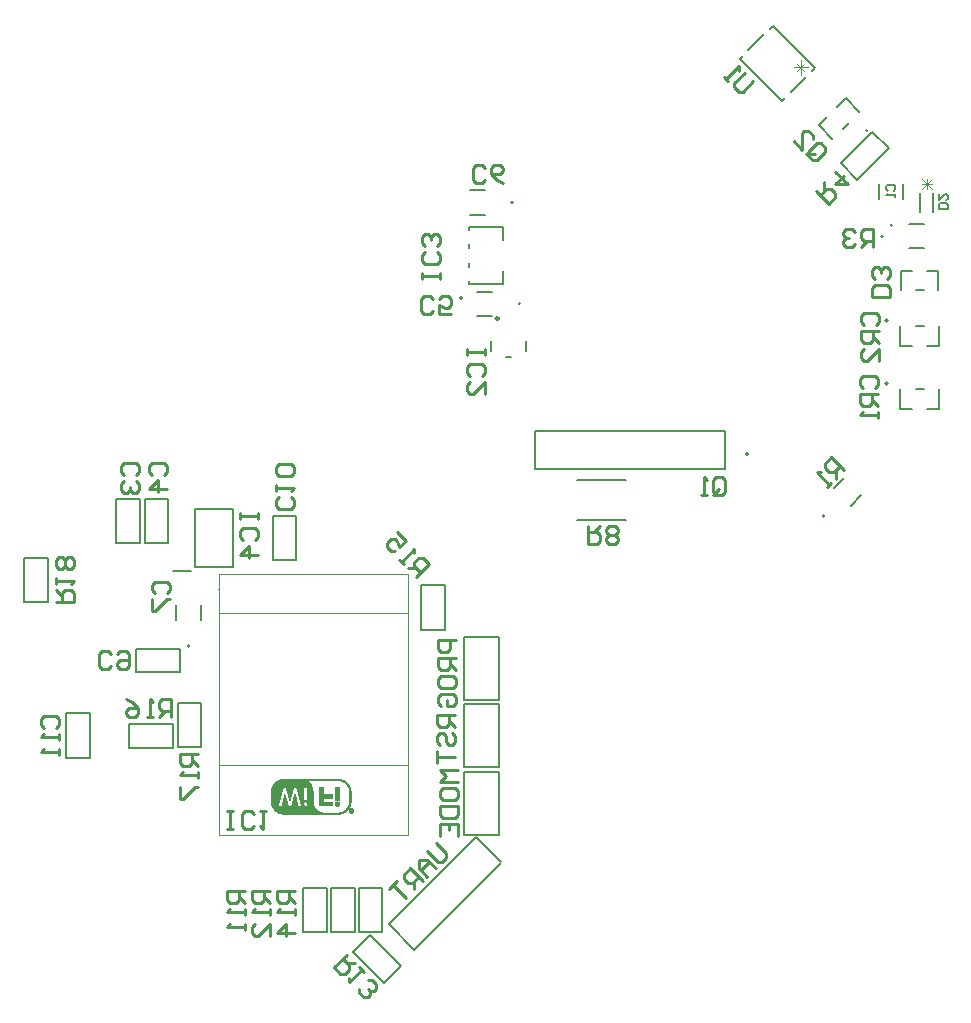
<source format=gbo>
G04 Layer_Color=32896*
%FSLAX44Y44*%
%MOMM*%
G71*
G01*
G75*
%ADD48C,0.1524*%
%ADD49C,0.2540*%
%ADD50C,0.1500*%
%ADD52C,0.2500*%
%ADD53C,0.2000*%
%ADD54C,0.1000*%
%ADD55C,0.0127*%
%ADD56C,0.1270*%
%ADD57C,0.0762*%
D48*
X231762Y337100D02*
G03*
X231762Y337100I-762J0D01*
G01*
X823330Y613044D02*
G03*
X823330Y613044I-1270J0D01*
G01*
Y559544D02*
G03*
X823330Y559544I-1270J0D01*
G01*
X805911Y773821D02*
G03*
X805911Y773821I-762J0D01*
G01*
X819112Y684250D02*
G03*
X819112Y684250I-762J0D01*
G01*
X826762Y693600D02*
G03*
X826762Y693600I-762J0D01*
G01*
X511662Y627000D02*
G03*
X511662Y627000I-762J0D01*
G01*
X463061Y632313D02*
G03*
X463061Y632313I-1270J0D01*
G01*
X505662Y713000D02*
G03*
X505662Y713000I-762J0D01*
G01*
X705295Y500000D02*
G03*
X705295Y500000I-1270J0D01*
G01*
X769327Y447565D02*
G03*
X769327Y447565I-762J0D01*
G01*
X220713Y359678D02*
Y372323D01*
X241287Y359678D02*
Y372323D01*
X850285Y705253D02*
Y720747D01*
X861715Y705253D02*
Y720747D01*
X833490Y591581D02*
X843833D01*
X846667Y608091D02*
X853333D01*
X866510Y591581D02*
X866510Y608091D01*
X856167Y591581D02*
X866510D01*
X833490Y608091D02*
X833490Y591581D01*
X833490Y538081D02*
X843833D01*
X846667Y554591D02*
X853333D01*
X866510Y538081D02*
X866510Y554591D01*
X856167Y538081D02*
X866510D01*
X833490Y554591D02*
X833490Y538081D01*
X787408Y801082D02*
X799082Y789408D01*
X764418Y778092D02*
X771642Y785316D01*
X764418Y778092D02*
X776092Y766418D01*
X785123Y775449D02*
X790051Y780377D01*
X780184Y793858D02*
X787408Y801082D01*
X840928Y694537D02*
X853572D01*
X840928Y673963D02*
X853572D01*
X856121Y654685D02*
X865748Y654685D01*
X846621Y639191D02*
X853379D01*
X834252D02*
Y654685D01*
X843879Y654685D01*
X865748Y639191D02*
Y654685D01*
X815713Y716178D02*
Y728822D01*
X836287Y716178D02*
Y728822D01*
X475677Y637287D02*
X488322D01*
X475677Y616713D02*
X488322D01*
X468776Y689440D02*
Y692257D01*
Y674121D02*
Y677960D01*
Y658040D02*
Y661879D01*
Y643743D02*
X497224D01*
Y680721D02*
Y692257D01*
X468776D02*
X497224D01*
X468776Y643743D02*
Y646560D01*
X497224Y643743D02*
Y655279D01*
X469678Y702713D02*
X482323D01*
X469678Y723287D02*
X482323D01*
X524310Y487300D02*
X685600D01*
X524310D02*
Y519050D01*
X685600D01*
Y487300D02*
Y519050D01*
X560200Y478272D02*
X601800Y478272D01*
X560200Y443728D02*
X601800Y443728D01*
X791803Y456255D02*
X800745Y465197D01*
X777255Y470803D02*
X786197Y479745D01*
X705043Y842208D02*
X718082Y855246D01*
X733295Y798976D02*
X735863Y801544D01*
X740785Y806466D02*
X753823Y819505D01*
X758745Y824427D02*
X761313Y826995D01*
X725572Y862736D02*
X761313Y826995D01*
X697553Y834718D02*
X700121Y837286D01*
X697553Y834718D02*
X733295Y798976D01*
X723004Y860168D02*
X725572Y862736D01*
D49*
X279000Y130000D02*
X263765D01*
Y122382D01*
X266304Y119843D01*
X271383D01*
X273922Y122382D01*
Y130000D01*
Y124922D02*
X279000Y119843D01*
Y114765D02*
Y109687D01*
Y112226D01*
X263765D01*
X266304Y114765D01*
X279000Y102069D02*
Y96991D01*
Y99530D01*
X263765D01*
X266304Y102069D01*
X762250Y722750D02*
X773023Y711977D01*
X778409Y717364D01*
Y720955D01*
X774818Y724546D01*
X771227D01*
X765841Y719159D01*
X769432Y722750D02*
Y729932D01*
X778409Y738909D02*
X789182Y728136D01*
X778409D01*
X785591Y735318D01*
X274800Y449950D02*
Y444872D01*
Y447411D01*
X290035D01*
Y449950D01*
Y444872D01*
X277339Y427097D02*
X274800Y429636D01*
Y434715D01*
X277339Y437254D01*
X287496D01*
X290035Y434715D01*
Y429636D01*
X287496Y427097D01*
X290035Y414402D02*
X274800D01*
X282418Y422019D01*
Y411862D01*
X803054Y609429D02*
X800515Y611968D01*
Y617047D01*
X803054Y619586D01*
X813211D01*
X815750Y617047D01*
Y611968D01*
X813211Y609429D01*
X815750Y604351D02*
X800515D01*
Y596733D01*
X803054Y594194D01*
X808132D01*
X810672Y596733D01*
Y604351D01*
Y599273D02*
X815750Y594194D01*
Y578959D02*
Y589116D01*
X805593Y578959D01*
X803054D01*
X800515Y581498D01*
Y586577D01*
X803054Y589116D01*
X438157Y621304D02*
X435617Y618765D01*
X430539D01*
X428000Y621304D01*
Y631461D01*
X430539Y634000D01*
X435617D01*
X438157Y631461D01*
X453392Y618765D02*
X443235D01*
Y626382D01*
X448313Y623843D01*
X450853D01*
X453392Y626382D01*
Y631461D01*
X450853Y634000D01*
X445774D01*
X443235Y631461D01*
X482157Y732304D02*
X479618Y729765D01*
X474539D01*
X472000Y732304D01*
Y742461D01*
X474539Y745000D01*
X479618D01*
X482157Y742461D01*
X497392Y729765D02*
X492313Y732304D01*
X487235Y737383D01*
Y742461D01*
X489774Y745000D01*
X494853D01*
X497392Y742461D01*
Y739922D01*
X494853Y737383D01*
X487235D01*
X202304Y381843D02*
X199765Y384383D01*
Y389461D01*
X202304Y392000D01*
X212461D01*
X215000Y389461D01*
Y384383D01*
X212461Y381843D01*
X199765Y376765D02*
Y366608D01*
X202304D01*
X212461Y376765D01*
X215000D01*
X802256Y555786D02*
X799717Y558325D01*
Y563403D01*
X802256Y565942D01*
X812413D01*
X814952Y563403D01*
Y558325D01*
X812413Y555786D01*
X814952Y550707D02*
X799717D01*
Y543090D01*
X802256Y540551D01*
X807335D01*
X809874Y543090D01*
Y550707D01*
Y545629D02*
X814952Y540551D01*
Y535472D02*
Y530394D01*
Y532933D01*
X799717D01*
X802256Y535472D01*
X824735Y633000D02*
X809500D01*
Y640618D01*
X812039Y643157D01*
X822196D01*
X824735Y640618D01*
Y633000D01*
X822196Y648235D02*
X824735Y650774D01*
Y655853D01*
X822196Y658392D01*
X819657D01*
X817117Y655853D01*
Y653313D01*
Y655853D01*
X814578Y658392D01*
X812039D01*
X809500Y655853D01*
Y650774D01*
X812039Y648235D01*
X466765Y589000D02*
Y583922D01*
Y586461D01*
X482000D01*
Y589000D01*
Y583922D01*
X469304Y566147D02*
X466765Y568687D01*
Y573765D01*
X469304Y576304D01*
X479461D01*
X482000Y573765D01*
Y568687D01*
X479461Y566147D01*
X482000Y550912D02*
Y561069D01*
X471843Y550912D01*
X469304D01*
X466765Y553451D01*
Y558530D01*
X469304Y561069D01*
X444235Y648000D02*
Y653078D01*
Y650539D01*
X429000D01*
Y648000D01*
Y653078D01*
X441696Y670853D02*
X444235Y668313D01*
Y663235D01*
X441696Y660696D01*
X431539D01*
X429000Y663235D01*
Y668313D01*
X431539Y670853D01*
X441696Y675931D02*
X444235Y678470D01*
Y683549D01*
X441696Y686088D01*
X439157D01*
X436618Y683549D01*
Y681009D01*
Y683549D01*
X434078Y686088D01*
X431539D01*
X429000Y683549D01*
Y678470D01*
X431539Y675931D01*
X674843Y467539D02*
Y477696D01*
X677383Y480235D01*
X682461D01*
X685000Y477696D01*
Y467539D01*
X682461Y465000D01*
X677383D01*
X679922Y470078D02*
X674843Y465000D01*
X677383D02*
X674843Y467539D01*
X669765Y465000D02*
X664687D01*
X667226D01*
Y480235D01*
X669765Y477696D01*
X755864Y755727D02*
X763045Y762909D01*
X766636D01*
X770227Y759318D01*
Y755727D01*
X763046Y748546D01*
X759454D01*
X755864Y752136D01*
X761250Y753932D02*
X754068D01*
X755864Y752136D02*
Y755727D01*
X743295Y764705D02*
X750477Y757523D01*
Y771887D01*
X752273Y773682D01*
X755864D01*
X759454Y770091D01*
Y766500D01*
X786172Y486385D02*
X775399Y497158D01*
X770012Y491771D01*
Y488180D01*
X773603Y484589D01*
X777194D01*
X782581Y489976D01*
X778990Y486385D02*
Y479203D01*
X775399Y475612D02*
X771808Y472021D01*
X773603Y473816D01*
X762831Y484589D01*
X766421D01*
X810750Y675250D02*
Y690485D01*
X803132D01*
X800593Y687946D01*
Y682868D01*
X803132Y680328D01*
X810750D01*
X805672D02*
X800593Y675250D01*
X795515Y687946D02*
X792976Y690485D01*
X787897D01*
X785358Y687946D01*
Y685407D01*
X787897Y682868D01*
X790437D01*
X787897D01*
X785358Y680328D01*
Y677789D01*
X787897Y675250D01*
X792976D01*
X795515Y677789D01*
X569000Y439000D02*
Y423765D01*
X576618D01*
X579157Y426304D01*
Y431382D01*
X576618Y433922D01*
X569000D01*
X574078D02*
X579157Y439000D01*
X584235Y426304D02*
X586774Y423765D01*
X591853D01*
X594392Y426304D01*
Y428843D01*
X591853Y431382D01*
X594392Y433922D01*
Y436461D01*
X591853Y439000D01*
X586774D01*
X584235Y436461D01*
Y433922D01*
X586774Y431382D01*
X584235Y428843D01*
Y426304D01*
X586774Y431382D02*
X591853D01*
X300000Y130000D02*
X284765D01*
Y122382D01*
X287304Y119843D01*
X292383D01*
X294922Y122382D01*
Y130000D01*
Y124922D02*
X300000Y119843D01*
Y114765D02*
Y109687D01*
Y112226D01*
X284765D01*
X287304Y114765D01*
X300000Y91912D02*
Y102069D01*
X289843Y91912D01*
X287304D01*
X284765Y94452D01*
Y99530D01*
X287304Y102069D01*
X365000Y76000D02*
X354227Y65227D01*
X359614Y59841D01*
X363205D01*
X366796Y63432D01*
Y67023D01*
X361409Y72409D01*
X365000Y68818D02*
X372182D01*
X375773Y65227D02*
X379364Y61636D01*
X377568Y63432D01*
X366796Y52659D01*
Y56250D01*
X375773Y47273D02*
Y43682D01*
X379364Y40091D01*
X382955D01*
X384750Y41886D01*
Y45477D01*
X382955Y47273D01*
X384750Y45477D01*
X388341D01*
X390137Y47273D01*
Y50863D01*
X386546Y54454D01*
X382955D01*
X321000Y130000D02*
X305765D01*
Y122382D01*
X308304Y119843D01*
X313382D01*
X315922Y122382D01*
Y130000D01*
Y124922D02*
X321000Y119843D01*
Y114765D02*
Y109687D01*
Y112226D01*
X305765D01*
X308304Y114765D01*
X321000Y94452D02*
X305765D01*
X313382Y102069D01*
Y91912D01*
X424000Y396000D02*
X434773Y406773D01*
X429386Y412159D01*
X425795D01*
X422205Y408568D01*
Y404977D01*
X427591Y399591D01*
X424000Y403182D02*
X416818D01*
X413227Y406773D02*
X409636Y410364D01*
X411432Y408568D01*
X422205Y419341D01*
Y415750D01*
X407841Y433705D02*
X415023Y426523D01*
X409636Y421137D01*
X407841Y426523D01*
X406045Y428318D01*
X402454D01*
X398863Y424728D01*
Y421137D01*
X402454Y417546D01*
X406045D01*
X709270Y815643D02*
X700293Y806665D01*
X696702D01*
X693111Y810257D01*
Y813847D01*
X702088Y822825D01*
X687725Y815643D02*
X684134Y819234D01*
X685929Y817438D01*
X696702Y828211D01*
Y824620D01*
X440227Y170773D02*
X449204Y161796D01*
Y158204D01*
X445614Y154614D01*
X442023D01*
X433045Y163591D01*
X440227Y149227D02*
X433045Y156409D01*
X425863D01*
X425863Y149227D01*
X433045Y142045D01*
X427659Y147432D01*
X434841Y154614D01*
X429454Y138454D02*
X418681Y149227D01*
X413295Y143841D01*
Y140250D01*
X416886Y136659D01*
X420477D01*
X425863Y142045D01*
X422272Y138454D02*
Y131272D01*
X407909Y138454D02*
X400727Y131272D01*
X404318Y134863D01*
X415091Y124091D01*
X176086Y482553D02*
X173547Y485092D01*
Y490171D01*
X176086Y492710D01*
X186243D01*
X188782Y490171D01*
Y485092D01*
X186243Y482553D01*
X176086Y477475D02*
X173547Y474936D01*
Y469857D01*
X176086Y467318D01*
X178625D01*
X181164Y469857D01*
Y472397D01*
Y469857D01*
X183704Y467318D01*
X186243D01*
X188782Y469857D01*
Y474936D01*
X186243Y477475D01*
X200054Y482593D02*
X197515Y485132D01*
Y490211D01*
X200054Y492750D01*
X210211D01*
X212750Y490211D01*
Y485132D01*
X210211Y482593D01*
X212750Y469897D02*
X197515D01*
X205133Y477515D01*
Y467358D01*
X165659Y320789D02*
X163120Y318250D01*
X158042D01*
X155503Y320789D01*
Y330946D01*
X158042Y333485D01*
X163120D01*
X165659Y330946D01*
X170738D02*
X173277Y333485D01*
X178355D01*
X180894Y330946D01*
Y320789D01*
X178355Y318250D01*
X173277D01*
X170738Y320789D01*
Y323329D01*
X173277Y325868D01*
X180894D01*
X317875Y463198D02*
X320414Y460659D01*
Y455581D01*
X317875Y453042D01*
X307718D01*
X305179Y455581D01*
Y460659D01*
X307718Y463198D01*
X305179Y468277D02*
Y473355D01*
Y470816D01*
X320414D01*
X317875Y468277D01*
Y480973D02*
X320414Y483512D01*
Y488590D01*
X317875Y491129D01*
X307718D01*
X305179Y488590D01*
Y483512D01*
X307718Y480973D01*
X317875D01*
X108804Y267593D02*
X106265Y270133D01*
Y275211D01*
X108804Y277750D01*
X118961D01*
X121500Y275211D01*
Y270133D01*
X118961Y267593D01*
X121500Y262515D02*
Y257437D01*
Y259976D01*
X106265D01*
X108804Y262515D01*
X121500Y249819D02*
Y244741D01*
Y247280D01*
X106265D01*
X108804Y249819D01*
X457000Y279000D02*
X441765D01*
Y271383D01*
X444304Y268843D01*
X449383D01*
X451922Y271383D01*
Y279000D01*
Y273922D02*
X457000Y268843D01*
X444304Y253608D02*
X441765Y256147D01*
Y261226D01*
X444304Y263765D01*
X446843D01*
X449383Y261226D01*
Y256147D01*
X451922Y253608D01*
X454461D01*
X457000Y256147D01*
Y261226D01*
X454461Y263765D01*
X441765Y248530D02*
Y238373D01*
Y243451D01*
X457000D01*
X459000Y232000D02*
X443765D01*
X448843Y226922D01*
X443765Y221843D01*
X459000D01*
X443765Y209147D02*
Y214226D01*
X446304Y216765D01*
X456461D01*
X459000Y214226D01*
Y209147D01*
X456461Y206608D01*
X446304D01*
X443765Y209147D01*
Y201530D02*
X459000D01*
Y193912D01*
X456461Y191373D01*
X446304D01*
X443765Y193912D01*
Y201530D01*
Y176138D02*
Y186295D01*
X459000D01*
Y176138D01*
X451382Y186295D02*
Y181216D01*
X216000Y277250D02*
Y292485D01*
X208382D01*
X205843Y289946D01*
Y284867D01*
X208382Y282328D01*
X216000D01*
X210922D02*
X205843Y277250D01*
X200765D02*
X195687D01*
X198226D01*
Y292485D01*
X200765Y289946D01*
X177912Y292485D02*
X182991Y289946D01*
X188069Y284867D01*
Y279789D01*
X185530Y277250D01*
X180452D01*
X177912Y279789D01*
Y282328D01*
X180452Y284867D01*
X188069D01*
X239250Y245750D02*
X224015D01*
Y238132D01*
X226554Y235593D01*
X231632D01*
X234172Y238132D01*
Y245750D01*
Y240672D02*
X239250Y235593D01*
Y230515D02*
Y225437D01*
Y227976D01*
X224015D01*
X226554Y230515D01*
X224015Y217819D02*
Y207662D01*
X226554D01*
X236711Y217819D01*
X239250D01*
X119000Y375000D02*
X134235D01*
Y382617D01*
X131696Y385157D01*
X126618D01*
X124078Y382617D01*
Y375000D01*
Y380078D02*
X119000Y385157D01*
Y390235D02*
Y395313D01*
Y392774D01*
X134235D01*
X131696Y390235D01*
Y402931D02*
X134235Y405470D01*
Y410549D01*
X131696Y413088D01*
X129157D01*
X126618Y410549D01*
X124078Y413088D01*
X121539D01*
X119000Y410549D01*
Y405470D01*
X121539Y402931D01*
X124078D01*
X126618Y405470D01*
X129157Y402931D01*
X131696D01*
X126618Y405470D02*
Y410549D01*
X264000Y182769D02*
X269078D01*
X266539D01*
Y198004D01*
X264000D01*
X269078D01*
X286852Y185308D02*
X284313Y182769D01*
X279235D01*
X276696Y185308D01*
Y195465D01*
X279235Y198004D01*
X284313D01*
X286852Y195465D01*
X291931Y198004D02*
X297009D01*
X294470D01*
Y182769D01*
X291931Y185308D01*
X457500Y342500D02*
X442265D01*
Y334883D01*
X444804Y332343D01*
X449883D01*
X452422Y334883D01*
Y342500D01*
X457500Y327265D02*
X442265D01*
Y319647D01*
X444804Y317108D01*
X449883D01*
X452422Y319647D01*
Y327265D01*
Y322187D02*
X457500Y317108D01*
X442265Y304412D02*
Y309491D01*
X444804Y312030D01*
X454961D01*
X457500Y309491D01*
Y304412D01*
X454961Y301873D01*
X444804D01*
X442265Y304412D01*
X444804Y286638D02*
X442265Y289177D01*
Y294256D01*
X444804Y296795D01*
X454961D01*
X457500Y294256D01*
Y289177D01*
X454961Y286638D01*
X449883D01*
Y291716D01*
D50*
X474108Y175321D02*
X495321Y154108D01*
X400392Y101605D02*
X421605Y80392D01*
X400392Y101605D02*
X474072Y175286D01*
X421605Y80392D02*
X495286Y154073D01*
X464250Y234850D02*
X494250D01*
X464250D02*
Y288200D01*
X494250Y288200D01*
X494250Y234850D02*
X494250Y288200D01*
X464250Y177750D02*
X494250D01*
X464250D02*
Y231100D01*
X494250D01*
Y177750D02*
Y231100D01*
X464250Y291850D02*
X494250D01*
X464250D02*
Y345200D01*
X494250Y345200D01*
X494250Y291850D02*
X494250Y345200D01*
D52*
X493750Y614750D02*
G03*
X493750Y614750I-1250J0D01*
G01*
D53*
X783171Y746313D02*
X809687Y772829D01*
X783171Y746313D02*
X797313Y732171D01*
X823829Y758687D01*
X809687Y772829D02*
X823829Y758687D01*
X428000Y351250D02*
Y388750D01*
Y351250D02*
X448000D01*
Y388750D01*
X428000D02*
X448000D01*
X328000Y95250D02*
Y132750D01*
Y95250D02*
X348000D01*
Y132750D01*
X328000D02*
X348000D01*
X375000Y95250D02*
Y132750D01*
Y95250D02*
X395000D01*
Y132750D01*
X375000D02*
X395000D01*
X384272Y92870D02*
X410789Y66354D01*
X370130Y78728D02*
X384272Y92870D01*
X370130Y78728D02*
X396646Y52211D01*
X410789Y66354D01*
X352000Y95250D02*
Y132750D01*
Y95250D02*
X372000D01*
Y132750D01*
X352000D02*
X372000D01*
X302250Y410250D02*
X322250D01*
X302250D02*
Y447750D01*
X322250D01*
Y410250D02*
Y447750D01*
X223750Y315000D02*
Y335000D01*
X186250Y315000D02*
X223750D01*
X186250D02*
Y335000D01*
X223750D01*
X487000Y586750D02*
Y595250D01*
X499750Y582500D02*
X504250D01*
X517000Y586750D02*
Y595250D01*
X218000Y401100D02*
X233250D01*
X236750Y404500D02*
Y453500D01*
X268750Y453500D01*
Y404500D02*
Y453500D01*
X236750Y404500D02*
X268750D01*
X127500Y280250D02*
X147500D01*
Y242750D02*
Y280250D01*
X127500Y242750D02*
X147500D01*
X127500D02*
Y280250D01*
X194000Y461750D02*
X214000Y461750D01*
Y424250D02*
Y461750D01*
X194000Y424250D02*
X214000Y424250D01*
X194000Y424250D02*
Y461750D01*
X170000D02*
X190000Y461750D01*
Y424250D02*
Y461750D01*
X170000Y424250D02*
X190000Y424250D01*
X170000Y424250D02*
Y461750D01*
X218250Y251000D02*
Y271000D01*
X180750Y251000D02*
X218250D01*
X180750D02*
Y271000D01*
X218250D01*
X222000Y289000D02*
X242000D01*
Y251500D02*
Y289000D01*
X222000Y251500D02*
X242000D01*
X222000D02*
Y289000D01*
X92000Y411750D02*
X112000D01*
Y374250D02*
Y411750D01*
X92000Y374250D02*
X112000D01*
X92000D02*
Y411750D01*
D54*
X256778Y236670D02*
X416778D01*
X257794Y365670D02*
X416778D01*
X256778Y177670D02*
X416778D01*
X256270Y385568D02*
X256778Y385060D01*
Y177670D02*
X256778Y398170D01*
X416778D01*
Y177670D02*
Y398170D01*
D55*
X310626Y195322D02*
X358378Y195322D01*
X309864Y195449D02*
X359140Y195449D01*
X309356Y195576D02*
X359648Y195576D01*
X308848Y195703D02*
X360156Y195703D01*
X308467Y195830D02*
X360537Y195830D01*
X308086Y195957D02*
X360918Y195957D01*
X307832Y196084D02*
X361172Y196084D01*
X307451Y196211D02*
X361553D01*
X367903Y196211D02*
X369173Y196211D01*
X307197Y196338D02*
X361807Y196338D01*
X367522D02*
X369427D01*
X306943Y196465D02*
X344281Y196465D01*
X358632D02*
X362061D01*
X367395Y196465D02*
X369681Y196465D01*
X306689Y196592D02*
X343519D01*
X359267D02*
X362315D01*
X367268Y196592D02*
X368157Y196592D01*
X368919Y196592D02*
X369808Y196592D01*
X306435Y196719D02*
X343138D01*
X359775Y196719D02*
X362569Y196719D01*
X367014D02*
X367776D01*
X369300Y196719D02*
X369935Y196719D01*
X306308Y196846D02*
X342630D01*
X360283D02*
X362696D01*
X367014D02*
X367649D01*
X369427D02*
X370062D01*
X306054Y196973D02*
X342376D01*
X360664D02*
X362950D01*
X366887D02*
X367395D01*
X369554D02*
X370189D01*
X305800Y197100D02*
X341995Y197100D01*
X360918D02*
X363077Y197100D01*
X366760D02*
X367268Y197100D01*
X367649Y197100D02*
X368792D01*
X369681D02*
X370189Y197100D01*
X305673Y197227D02*
X341741Y197227D01*
X361299Y197227D02*
X363331Y197227D01*
X366760D02*
X367268Y197227D01*
X367649Y197227D02*
X369173Y197227D01*
X369808Y197227D02*
X370316Y197227D01*
X305546Y197354D02*
X341487Y197354D01*
X361553Y197354D02*
X363458D01*
X366633Y197354D02*
X367141Y197354D01*
X367649Y197354D02*
X369300Y197354D01*
X369935Y197354D02*
X370316Y197354D01*
X305292Y197481D02*
X341233Y197481D01*
X361807Y197481D02*
X363712D01*
X366633Y197481D02*
X367141D01*
X367649Y197481D02*
X368030Y197481D01*
X368665D02*
X369300Y197481D01*
X369935Y197481D02*
X370443D01*
X305165Y197608D02*
X340979Y197608D01*
X362061Y197608D02*
X363839Y197608D01*
X366633D02*
X367014D01*
X367649D02*
X368030D01*
X368792D02*
X369300D01*
X370062D02*
X370443D01*
X305038Y197735D02*
X340725D01*
X362188Y197735D02*
X363966Y197735D01*
X366506D02*
X367014D01*
X367649Y197735D02*
X368030Y197735D01*
X368792D02*
X369300Y197735D01*
X370062Y197735D02*
X370443Y197735D01*
X304784Y197862D02*
X340598Y197862D01*
X362442Y197862D02*
X364220Y197862D01*
X366506D02*
X367014Y197862D01*
X367649Y197862D02*
X368030Y197862D01*
X368792Y197862D02*
X369300Y197862D01*
X370062Y197862D02*
X370443D01*
X304657Y197989D02*
X340344Y197989D01*
X362569Y197989D02*
X364347D01*
X366506Y197989D02*
X367014Y197989D01*
X367649Y197989D02*
X369300D01*
X370062D02*
X370570Y197989D01*
X304530Y198116D02*
X340217D01*
X362823D02*
X364474D01*
X366506D02*
X367014Y198116D01*
X367649D02*
X369173D01*
X370062Y198116D02*
X370570Y198116D01*
X304403Y198243D02*
X339963D01*
X362950Y198243D02*
X364601Y198243D01*
X366506D02*
X366887Y198243D01*
X367649Y198243D02*
X368919Y198243D01*
X370062Y198243D02*
X370570Y198243D01*
X304276Y198370D02*
X339836D01*
X363204Y198370D02*
X364728Y198370D01*
X366506Y198370D02*
X367014Y198370D01*
X367649Y198370D02*
X368030Y198370D01*
X368284D02*
X368919Y198370D01*
X370062Y198370D02*
X370570Y198370D01*
X304149Y198497D02*
X339709D01*
X363331D02*
X364855D01*
X366506D02*
X367014Y198497D01*
X367649Y198497D02*
X368030D01*
X368538D02*
X369046D01*
X370062D02*
X370443D01*
X304022Y198624D02*
X339582D01*
X363458D02*
X364982D01*
X366506D02*
X367014D01*
X367649D02*
X368030D01*
X368538D02*
X369173D01*
X370062D02*
X370443D01*
X303895Y198751D02*
X339328D01*
X363712D02*
X365109D01*
X366633D02*
X367014D01*
X367649D02*
X368030D01*
X368665D02*
X369173D01*
X369935D02*
X370443D01*
X303768Y198878D02*
X339201D01*
X363839D02*
X365236D01*
X366633D02*
X367141D01*
X367649D02*
X368030Y198878D01*
X368792Y198878D02*
X369300D01*
X369935Y198878D02*
X370443Y198878D01*
X303641Y199005D02*
X339074Y199005D01*
X363966D02*
X365363Y199005D01*
X366760Y199005D02*
X367141D01*
X367649Y199005D02*
X368030Y199005D01*
X368792D02*
X369427D01*
X369808Y199005D02*
X370316Y199005D01*
X303514Y199132D02*
X338947D01*
X364093Y199132D02*
X365490Y199132D01*
X366760Y199132D02*
X367268Y199132D01*
X367649Y199132D02*
X368030Y199132D01*
X368919Y199132D02*
X369427D01*
X369808Y199132D02*
X370316Y199132D01*
X303387Y199259D02*
X338820Y199259D01*
X364220Y199259D02*
X365617Y199259D01*
X366887Y199259D02*
X367395Y199259D01*
X369681Y199259D02*
X370189Y199259D01*
X303260Y199386D02*
X338693D01*
X364347D02*
X365617D01*
X366887D02*
X367522D01*
X369427D02*
X370062D01*
X303260Y199513D02*
X338566D01*
X364474D02*
X365744D01*
X367014D02*
X367776Y199513D01*
X369300Y199513D02*
X369935D01*
X303133Y199640D02*
X338566D01*
X364601Y199640D02*
X365871D01*
X367141Y199640D02*
X368030Y199640D01*
X369046Y199640D02*
X369808D01*
X303006Y199767D02*
X338439D01*
X364728Y199767D02*
X365998D01*
X367395Y199767D02*
X369681Y199767D01*
X302879Y199894D02*
X338312D01*
X364728D02*
X366125Y199894D01*
X367522Y199894D02*
X369554Y199894D01*
X302879Y200021D02*
X338185Y200021D01*
X364855D02*
X366125Y200021D01*
X367903Y200021D02*
X369173Y200021D01*
X302752Y200148D02*
X338058D01*
X364982Y200148D02*
X366252Y200148D01*
X302625Y200275D02*
X337931D01*
X365109Y200275D02*
X366379Y200275D01*
X302498Y200402D02*
X337931D01*
X365236D02*
X366379D01*
X302498Y200529D02*
X337804D01*
X365236Y200529D02*
X366506Y200529D01*
X302371Y200656D02*
X337677D01*
X365363Y200656D02*
X366633Y200656D01*
X302371Y200783D02*
X337677Y200783D01*
X365490D02*
X366633D01*
X302244Y200910D02*
X337550Y200910D01*
X365490Y200910D02*
X366760Y200910D01*
X302117Y201037D02*
X337423Y201037D01*
X365617Y201037D02*
X366760Y201037D01*
X302117Y201164D02*
X337423Y201164D01*
X365744Y201164D02*
X366887D01*
X301990Y201291D02*
X337296Y201291D01*
X365744Y201291D02*
X367014Y201291D01*
X301990Y201418D02*
X337296Y201418D01*
X365871D02*
X367014Y201418D01*
X301863Y201545D02*
X337169Y201545D01*
X365871Y201545D02*
X367141Y201545D01*
X301863Y201672D02*
X337169Y201672D01*
X365998Y201672D02*
X367141Y201672D01*
X301736Y201799D02*
X337042D01*
X366125Y201799D02*
X367268Y201799D01*
X301736Y201926D02*
X329549D01*
X330184Y201926D02*
X337042Y201926D01*
X356473D02*
X356981D01*
X366125Y201926D02*
X367268Y201926D01*
X301609Y202053D02*
X329041Y202053D01*
X330565D02*
X336915Y202053D01*
X355965Y202053D02*
X357489Y202053D01*
X366252Y202053D02*
X367268Y202053D01*
X301609Y202180D02*
X328787D01*
X330819D02*
X336915D01*
X355711Y202180D02*
X357743Y202180D01*
X366252D02*
X367395Y202180D01*
X301609Y202307D02*
X306689Y202307D01*
X306816D02*
X306943D01*
X309229Y202307D02*
X309483Y202307D01*
X309610D02*
X315071D01*
X317357D02*
X317484D01*
X317611D02*
X317865D01*
X317992D02*
X323326D01*
X326120Y202307D02*
X326247Y202307D01*
X326374D02*
X328660D01*
X331073D02*
X336788D01*
X355584D02*
X357997Y202307D01*
X366252Y202307D02*
X367395D01*
X301482Y202434D02*
X306562D01*
X309991D02*
X315071D01*
X317992D02*
X323199D01*
X326374D02*
X328533D01*
X331200D02*
X336788D01*
X341233D02*
X352790D01*
X355457D02*
X358124D01*
X366379D02*
X367522D01*
X301482Y202561D02*
X306562D01*
X309991D02*
X315071D01*
X318119D02*
X323199D01*
X326374D02*
X328406D01*
X331327D02*
X336788D01*
X341233D02*
X352917D01*
X355330D02*
X358251D01*
X366379D02*
X367522D01*
X301355Y202688D02*
X306689D01*
X309991Y202688D02*
X314944Y202688D01*
X318119D02*
X323199D01*
X326247D02*
X328279D01*
X331454D02*
X336661D01*
X341233D02*
X352790D01*
X355203D02*
X358251D01*
X366506Y202688D02*
X367522Y202688D01*
X301355Y202815D02*
X306689Y202815D01*
X309991Y202815D02*
X314944Y202815D01*
X318119Y202815D02*
X323072Y202815D01*
X326247Y202815D02*
X328152D01*
X331454D02*
X336661Y202815D01*
X341233Y202815D02*
X352790Y202815D01*
X355076Y202815D02*
X358378Y202815D01*
X366506Y202815D02*
X367649Y202815D01*
X301355Y202942D02*
X306689Y202942D01*
X310118Y202942D02*
X314944Y202942D01*
X318119Y202942D02*
X323072Y202942D01*
X326247Y202942D02*
X328152D01*
X331581Y202942D02*
X336534Y202942D01*
X341233Y202942D02*
X352790Y202942D01*
X355076D02*
X358505D01*
X366506D02*
X367649Y202942D01*
X301228Y203069D02*
X306689Y203069D01*
X310118Y203069D02*
X314817Y203069D01*
X318246Y203069D02*
X323072Y203069D01*
X326247Y203069D02*
X328025Y203069D01*
X331581D02*
X336534Y203069D01*
X341233Y203069D02*
X352790Y203069D01*
X354949Y203069D02*
X358505D01*
X366633Y203069D02*
X367776Y203069D01*
X301228Y203196D02*
X306816D01*
X310118D02*
X314817D01*
X318246D02*
X323072D01*
X326120Y203196D02*
X328025D01*
X331708Y203196D02*
X336534Y203196D01*
X341233Y203196D02*
X352790Y203196D01*
X354949D02*
X358632D01*
X366633Y203196D02*
X367776Y203196D01*
X301228Y203323D02*
X306816Y203323D01*
X310118Y203323D02*
X314817Y203323D01*
X318246Y203323D02*
X323072Y203323D01*
X326120D02*
X328025D01*
X331708D02*
X336407Y203323D01*
X341233D02*
X352790Y203323D01*
X354949D02*
X358632Y203323D01*
X366760Y203323D02*
X367776D01*
X301101Y203450D02*
X306816D01*
X310245Y203450D02*
X314690Y203450D01*
X318373D02*
X322945Y203450D01*
X326120Y203450D02*
X327898Y203450D01*
X331708D02*
X336407D01*
X341233D02*
X352790Y203450D01*
X354822Y203450D02*
X358632D01*
X366760Y203450D02*
X367776D01*
X301101Y203577D02*
X306816D01*
X310245D02*
X314690Y203577D01*
X318373D02*
X322945Y203577D01*
X326120Y203577D02*
X327898Y203577D01*
X331708D02*
X336407Y203577D01*
X341233Y203577D02*
X352790Y203577D01*
X354822Y203577D02*
X358632D01*
X366760Y203577D02*
X367903Y203577D01*
X301101Y203704D02*
X306943Y203704D01*
X310245Y203704D02*
X314690Y203704D01*
X318373D02*
X322945Y203704D01*
X325993Y203704D02*
X327898D01*
X331708D02*
X336407Y203704D01*
X341233D02*
X352790Y203704D01*
X354822Y203704D02*
X358632D01*
X366760Y203704D02*
X367903Y203704D01*
X301101Y203831D02*
X306943D01*
X310245Y203831D02*
X314690Y203831D01*
X318373Y203831D02*
X322945D01*
X325993D02*
X327898D01*
X331835D02*
X336280D01*
X341233D02*
X352790Y203831D01*
X354822Y203831D02*
X358632D01*
X366887D02*
X367903D01*
X300974Y203958D02*
X306943D01*
X310245Y203958D02*
X314563Y203958D01*
X318500Y203958D02*
X322818Y203958D01*
X325993Y203958D02*
X327898D01*
X331708D02*
X336280Y203958D01*
X341233D02*
X352790D01*
X354822D02*
X358632D01*
X366887Y203958D02*
X368030Y203958D01*
X300974Y204085D02*
X306943D01*
X310372D02*
X314563Y204085D01*
X318500Y204085D02*
X322818D01*
X325993Y204085D02*
X327898D01*
X331708D02*
X336280Y204085D01*
X341233Y204085D02*
X352790Y204085D01*
X354822D02*
X358632D01*
X366887D02*
X368030D01*
X300974Y204212D02*
X307070D01*
X310372D02*
X314563D01*
X318500Y204212D02*
X322818Y204212D01*
X325866Y204212D02*
X328025D01*
X331708Y204212D02*
X336280D01*
X341233D02*
X352790D01*
X354822D02*
X358632D01*
X366887D02*
X368030D01*
X300974Y204339D02*
X307070D01*
X310372D02*
X314436D01*
X318627Y204339D02*
X322818Y204339D01*
X325866D02*
X328025D01*
X331708Y204339D02*
X336153Y204339D01*
X341233D02*
X352790D01*
X354949D02*
X358632D01*
X367014D02*
X368030D01*
X300974Y204466D02*
X307070D01*
X310372D02*
X314436D01*
X318627D02*
X322691D01*
X325866D02*
X328025D01*
X331708D02*
X336153D01*
X341233D02*
X352790D01*
X354949D02*
X358505D01*
X367014D02*
X368030D01*
X300847Y204593D02*
X307197D01*
X310499Y204593D02*
X314436D01*
X318627Y204593D02*
X322691Y204593D01*
X325866D02*
X328025D01*
X331581D02*
X336153Y204593D01*
X341233Y204593D02*
X352790D01*
X354949Y204593D02*
X358505D01*
X367014Y204593D02*
X368157D01*
X300847Y204720D02*
X307197Y204720D01*
X310499Y204720D02*
X314436Y204720D01*
X318627Y204720D02*
X322691D01*
X325739D02*
X328152D01*
X331581Y204720D02*
X336153Y204720D01*
X341233Y204720D02*
X352790Y204720D01*
X355076Y204720D02*
X358505Y204720D01*
X367014Y204720D02*
X368157D01*
X300847Y204847D02*
X307197Y204847D01*
X310499D02*
X314309D01*
X318754Y204847D02*
X322691Y204847D01*
X325739Y204847D02*
X328152D01*
X331454D02*
X336153Y204847D01*
X341233Y204847D02*
X352790Y204847D01*
X355076D02*
X358378Y204847D01*
X367014Y204847D02*
X368157Y204847D01*
X300847Y204974D02*
X307197Y204974D01*
X310499Y204974D02*
X314309D01*
X318754Y204974D02*
X322564D01*
X325739Y204974D02*
X328279Y204974D01*
X331327Y204974D02*
X336153D01*
X341233Y204974D02*
X352790Y204974D01*
X355203Y204974D02*
X358251Y204974D01*
X367141Y204974D02*
X368157Y204974D01*
X300847Y205101D02*
X307324Y205101D01*
X310499Y205101D02*
X314309D01*
X318754D02*
X322564D01*
X325612D02*
X328406Y205101D01*
X331327Y205101D02*
X336153D01*
X341233Y205101D02*
X352790Y205101D01*
X355330D02*
X358251D01*
X367141D02*
X368157D01*
X300847Y205228D02*
X307324Y205228D01*
X310626Y205228D02*
X314182Y205228D01*
X318881Y205228D02*
X322564Y205228D01*
X325612Y205228D02*
X328533Y205228D01*
X331200Y205228D02*
X336026D01*
X341233D02*
X352917D01*
X355457D02*
X358124D01*
X367141D02*
X368157D01*
X300847Y205355D02*
X307324Y205355D01*
X310626Y205355D02*
X314182D01*
X318881Y205355D02*
X322564Y205355D01*
X325612D02*
X328660Y205355D01*
X331073Y205355D02*
X336026Y205355D01*
X341233D02*
X352790Y205355D01*
X355584D02*
X357870Y205355D01*
X367141D02*
X368157D01*
X300720Y205482D02*
X307324Y205482D01*
X310626Y205482D02*
X314182D01*
X318881D02*
X322564D01*
X325612D02*
X328914D01*
X330819D02*
X336026Y205482D01*
X341233Y205482D02*
X344662D01*
X355711Y205482D02*
X357743Y205482D01*
X367141D02*
X368284Y205482D01*
X300720Y205609D02*
X307451D01*
X310626Y205609D02*
X314055Y205609D01*
X318881D02*
X322437Y205609D01*
X325485Y205609D02*
X329168Y205609D01*
X330565Y205609D02*
X336026D01*
X341233D02*
X344662Y205609D01*
X356092D02*
X357489D01*
X367141D02*
X368284Y205609D01*
X300720Y205736D02*
X307451D01*
X310753Y205736D02*
X314055Y205736D01*
X319008D02*
X322437D01*
X325485D02*
X329676Y205736D01*
X329803Y205736D02*
X336026D01*
X341233D02*
X344662Y205736D01*
X356600Y205736D02*
X356727D01*
X367141Y205736D02*
X368284Y205736D01*
X300720Y205863D02*
X307451Y205863D01*
X310753Y205863D02*
X314055Y205863D01*
X319008Y205863D02*
X322437Y205863D01*
X325485Y205863D02*
X336026Y205863D01*
X341233D02*
X344662Y205863D01*
X367141Y205863D02*
X368284Y205863D01*
X300720Y205990D02*
X307451Y205990D01*
X310753Y205990D02*
X314055D01*
X319008D02*
X322437Y205990D01*
X325485Y205990D02*
X336026D01*
X341233Y205990D02*
X344662Y205990D01*
X367141Y205990D02*
X368284Y205990D01*
X300720Y206117D02*
X307578D01*
X310753D02*
X313928D01*
X319135D02*
X322437D01*
X325358D02*
X336026D01*
X341233D02*
X344662Y206117D01*
X367141Y206117D02*
X368284D01*
X300720Y206244D02*
X307578D01*
X310753D02*
X313928D01*
X319135D02*
X322310D01*
X325358D02*
X336026D01*
X341233D02*
X344662D01*
X367141D02*
X368284D01*
X300720Y206371D02*
X307578D01*
X310880D02*
X313928D01*
X319135D02*
X322310Y206371D01*
X325358Y206371D02*
X336026D01*
X341233D02*
X344662D01*
X367141D02*
X368284Y206371D01*
X300720Y206498D02*
X307705Y206498D01*
X310880D02*
X313801Y206498D01*
X319135Y206498D02*
X322310Y206498D01*
X325358Y206498D02*
X336026Y206498D01*
X341233Y206498D02*
X344662Y206498D01*
X367141Y206498D02*
X368284Y206498D01*
X300720Y206625D02*
X307705Y206625D01*
X310880Y206625D02*
X313801D01*
X319262Y206625D02*
X322310Y206625D01*
X325231D02*
X336026D01*
X341233Y206625D02*
X344662Y206625D01*
X367141Y206625D02*
X368284Y206625D01*
X300720Y206752D02*
X307705Y206752D01*
X310880Y206752D02*
X313801Y206752D01*
X319262D02*
X322183Y206752D01*
X325231Y206752D02*
X336026Y206752D01*
X341233D02*
X344662Y206752D01*
X367141Y206752D02*
X368284Y206752D01*
X300720Y206879D02*
X307705D01*
X311007Y206879D02*
X313801Y206879D01*
X319262D02*
X322183Y206879D01*
X325231Y206879D02*
X336026D01*
X341233D02*
X344662D01*
X367141Y206879D02*
X368284Y206879D01*
X300720Y207006D02*
X307832D01*
X311007D02*
X313674Y207006D01*
X319389Y207006D02*
X322183D01*
X325231D02*
X336026Y207006D01*
X341233D02*
X344662Y207006D01*
X367141D02*
X368284D01*
X300720Y207133D02*
X307832Y207133D01*
X311007Y207133D02*
X313674Y207133D01*
X319389D02*
X322183D01*
X325104D02*
X336026D01*
X341233D02*
X344662Y207133D01*
X367141Y207133D02*
X368284D01*
X300720Y207260D02*
X307832D01*
X311007Y207260D02*
X313674D01*
X316341Y207260D02*
X316468Y207260D01*
X319389Y207260D02*
X322056Y207260D01*
X325104Y207260D02*
X328152D01*
X331454Y207260D02*
X336026Y207260D01*
X341233D02*
X344662Y207260D01*
X355076Y207260D02*
X358378D01*
X367141Y207260D02*
X368284Y207260D01*
X300720Y207387D02*
X307832D01*
X311134D02*
X313547D01*
X316341Y207387D02*
X316595D01*
X319389Y207387D02*
X322056Y207387D01*
X325104Y207387D02*
X328152Y207387D01*
X331454D02*
X336026Y207387D01*
X341233Y207387D02*
X344662D01*
X355076Y207387D02*
X358378Y207387D01*
X367141Y207387D02*
X368284Y207387D01*
X300720Y207514D02*
X307959Y207514D01*
X311134Y207514D02*
X313547Y207514D01*
X316341Y207514D02*
X316595D01*
X319516Y207514D02*
X322056Y207514D01*
X324977D02*
X328152Y207514D01*
X331454Y207514D02*
X336026Y207514D01*
X341233D02*
X344662Y207514D01*
X355076Y207514D02*
X358378D01*
X367141Y207514D02*
X368284Y207514D01*
X300720Y207641D02*
X307959D01*
X311134Y207641D02*
X313547Y207641D01*
X316341Y207641D02*
X316595Y207641D01*
X319516Y207641D02*
X322056Y207641D01*
X324977Y207641D02*
X328152Y207641D01*
X331454D02*
X336026Y207641D01*
X341233Y207641D02*
X344662Y207641D01*
X355076Y207641D02*
X358378Y207641D01*
X367141D02*
X368284Y207641D01*
X300720Y207768D02*
X307959D01*
X311134Y207768D02*
X313420Y207768D01*
X316214Y207768D02*
X316595Y207768D01*
X319516Y207768D02*
X321929Y207768D01*
X324977Y207768D02*
X328152D01*
X331454Y207768D02*
X336026Y207768D01*
X341233Y207768D02*
X344662Y207768D01*
X355076Y207768D02*
X358378D01*
X367141Y207768D02*
X368284Y207768D01*
X300720Y207895D02*
X307959D01*
X311134D02*
X313420D01*
X316214D02*
X316722Y207895D01*
X319516Y207895D02*
X321929D01*
X324977D02*
X328279D01*
X331454Y207895D02*
X336026Y207895D01*
X341233Y207895D02*
X344662Y207895D01*
X355076D02*
X358378D01*
X367141Y207895D02*
X368284Y207895D01*
X300720Y208022D02*
X308086D01*
X311261D02*
X313420D01*
X316214D02*
X316722D01*
X319643D02*
X321929D01*
X324850D02*
X328152D01*
X331454D02*
X336026D01*
X341233D02*
X344662Y208022D01*
X355076Y208022D02*
X358378D01*
X367141D02*
X368284D01*
X300720Y208149D02*
X308086D01*
X311261D02*
X313420D01*
X316087D02*
X316722D01*
X319643D02*
X321929D01*
X324850D02*
X328152D01*
X331454D02*
X336026D01*
X341233D02*
X344662D01*
X355076D02*
X358378D01*
X367141D02*
X368284D01*
X300720Y208276D02*
X308086D01*
X311261D02*
X313293D01*
X316087D02*
X316849D01*
X319643D02*
X321929D01*
X324850Y208276D02*
X328152Y208276D01*
X331454D02*
X336026D01*
X341233D02*
X344662D01*
X355076D02*
X358378D01*
X367141D02*
X368284Y208276D01*
X300720Y208403D02*
X308213D01*
X311261D02*
X313293Y208403D01*
X316087Y208403D02*
X316849Y208403D01*
X319770Y208403D02*
X321802Y208403D01*
X324850Y208403D02*
X328152Y208403D01*
X331454Y208403D02*
X336026Y208403D01*
X341233Y208403D02*
X344662Y208403D01*
X355076Y208403D02*
X358378Y208403D01*
X367141Y208403D02*
X368284D01*
X300720Y208530D02*
X308213D01*
X311388Y208530D02*
X313293D01*
X316087Y208530D02*
X316849Y208530D01*
X319770Y208530D02*
X321802Y208530D01*
X324723D02*
X328152Y208530D01*
X331454D02*
X336026Y208530D01*
X341233Y208530D02*
X344662Y208530D01*
X355076D02*
X358378D01*
X367141Y208530D02*
X368284Y208530D01*
X300720Y208657D02*
X308213Y208657D01*
X311388Y208657D02*
X313166Y208657D01*
X315960Y208657D02*
X316849Y208657D01*
X319770Y208657D02*
X321802D01*
X324723Y208657D02*
X328152Y208657D01*
X331454Y208657D02*
X336026Y208657D01*
X341233Y208657D02*
X352282Y208657D01*
X355076Y208657D02*
X358378Y208657D01*
X367141Y208657D02*
X368284Y208657D01*
X300720Y208784D02*
X308213D01*
X311388Y208784D02*
X313166Y208784D01*
X315960D02*
X316976D01*
X319770D02*
X321802D01*
X324723Y208784D02*
X328152Y208784D01*
X331454D02*
X336026D01*
X341233D02*
X352282D01*
X355076D02*
X358378D01*
X367141Y208784D02*
X368284Y208784D01*
X300720Y208911D02*
X308340D01*
X311388D02*
X313166Y208911D01*
X315960D02*
X316976D01*
X319897Y208911D02*
X321675Y208911D01*
X324723Y208911D02*
X328152Y208911D01*
X331454Y208911D02*
X336026Y208911D01*
X341233D02*
X352282Y208911D01*
X355076Y208911D02*
X358378Y208911D01*
X367141Y208911D02*
X368284D01*
X300720Y209038D02*
X308340Y209038D01*
X311388Y209038D02*
X313039D01*
X315833D02*
X316976Y209038D01*
X319897Y209038D02*
X321675Y209038D01*
X324596D02*
X328152D01*
X331454D02*
X336026D01*
X341233D02*
X352282Y209038D01*
X355076Y209038D02*
X358378D01*
X367141D02*
X368284D01*
X300720Y209165D02*
X308340D01*
X311515D02*
X313039Y209165D01*
X315833Y209165D02*
X317103Y209165D01*
X319897D02*
X321675Y209165D01*
X324596D02*
X328152D01*
X331454Y209165D02*
X336026Y209165D01*
X341233D02*
X352282Y209165D01*
X355076Y209165D02*
X358378D01*
X367141Y209165D02*
X368284Y209165D01*
X300720Y209292D02*
X308340D01*
X311515Y209292D02*
X313039Y209292D01*
X315833D02*
X317103D01*
X320024Y209292D02*
X321675D01*
X324596D02*
X328152Y209292D01*
X331454D02*
X336026Y209292D01*
X341233Y209292D02*
X352282D01*
X355076Y209292D02*
X358378Y209292D01*
X367141Y209292D02*
X368284Y209292D01*
X300720Y209419D02*
X308467Y209419D01*
X311515D02*
X313039Y209419D01*
X315833Y209419D02*
X317103Y209419D01*
X320024D02*
X321548Y209419D01*
X324469Y209419D02*
X328152Y209419D01*
X331454Y209419D02*
X336026Y209419D01*
X341233Y209419D02*
X352282D01*
X355076Y209419D02*
X358378D01*
X367141Y209419D02*
X368284Y209419D01*
X300720Y209546D02*
X308467D01*
X311515Y209546D02*
X312912D01*
X315706Y209546D02*
X317103D01*
X320024Y209546D02*
X321548Y209546D01*
X324469D02*
X328152Y209546D01*
X331454D02*
X336026Y209546D01*
X341233Y209546D02*
X352282Y209546D01*
X355076Y209546D02*
X358378D01*
X367141Y209546D02*
X368284Y209546D01*
X300720Y209673D02*
X308467D01*
X311642D02*
X312912D01*
X315706D02*
X317230D01*
X320024D02*
X321548D01*
X324469Y209673D02*
X328152Y209673D01*
X331454D02*
X336026D01*
X341233D02*
X352282Y209673D01*
X355076Y209673D02*
X358378D01*
X367141D02*
X368284D01*
X300720Y209800D02*
X308594D01*
X311642D02*
X312912Y209800D01*
X315706Y209800D02*
X317230D01*
X320151D02*
X321548D01*
X324469D02*
X328152Y209800D01*
X331454D02*
X336026Y209800D01*
X341233Y209800D02*
X352282Y209800D01*
X355076D02*
X358378D01*
X367141Y209800D02*
X368284Y209800D01*
X300720Y209927D02*
X308594D01*
X311642D02*
X312785D01*
X315579D02*
X317230D01*
X320151D02*
X321548D01*
X324342D02*
X328152D01*
X331454D02*
X336026D01*
X341233D02*
X352282Y209927D01*
X355076Y209927D02*
X358378D01*
X367141D02*
X368284D01*
X300720Y210054D02*
X308594D01*
X311642D02*
X312785D01*
X315579D02*
X317357D01*
X320151D02*
X321421D01*
X324342D02*
X328152D01*
X331454D02*
X336026D01*
X341233D02*
X352282D01*
X355076D02*
X358378D01*
X367141D02*
X368284D01*
X300720Y210181D02*
X308594D01*
X311642D02*
X312785D01*
X315579Y210181D02*
X317357Y210181D01*
X320278D02*
X321421Y210181D01*
X324342Y210181D02*
X328152D01*
X331454D02*
X336026D01*
X341233D02*
X352282Y210181D01*
X355076D02*
X358378Y210181D01*
X367141D02*
X368284Y210181D01*
X300720Y210308D02*
X308721Y210308D01*
X311769Y210308D02*
X312785Y210308D01*
X315579Y210308D02*
X317357Y210308D01*
X320278D02*
X321421D01*
X324342Y210308D02*
X328152D01*
X331454Y210308D02*
X336026Y210308D01*
X341233Y210308D02*
X352282Y210308D01*
X355076Y210308D02*
X358378Y210308D01*
X367141Y210308D02*
X368284D01*
X300720Y210435D02*
X308721Y210435D01*
X311769Y210435D02*
X312658Y210435D01*
X315452Y210435D02*
X317357D01*
X320278Y210435D02*
X321421Y210435D01*
X324215Y210435D02*
X328152Y210435D01*
X331454D02*
X336026Y210435D01*
X341233Y210435D02*
X352282Y210435D01*
X355076D02*
X358378D01*
X367141Y210435D02*
X368284Y210435D01*
X300720Y210562D02*
X308721D01*
X311769D02*
X312658Y210562D01*
X315452Y210562D02*
X317484D01*
X320405Y210562D02*
X321294Y210562D01*
X324215Y210562D02*
X328152Y210562D01*
X331454Y210562D02*
X336026Y210562D01*
X341233Y210562D02*
X352282Y210562D01*
X355076Y210562D02*
X358378D01*
X367141Y210562D02*
X368284Y210562D01*
X300720Y210689D02*
X308721D01*
X311769D02*
X312658D01*
X315452Y210689D02*
X317484Y210689D01*
X320405D02*
X321294D01*
X324215Y210689D02*
X328152Y210689D01*
X331454D02*
X336026D01*
X341233D02*
X352282Y210689D01*
X355076Y210689D02*
X358378D01*
X367141Y210689D02*
X368284Y210689D01*
X300720Y210816D02*
X308848D01*
X311896D02*
X312531D01*
X315325Y210816D02*
X317484D01*
X320405Y210816D02*
X321294D01*
X324215Y210816D02*
X328152D01*
X331454Y210816D02*
X336026Y210816D01*
X341233D02*
X352282D01*
X355076Y210816D02*
X358378Y210816D01*
X367141D02*
X368284Y210816D01*
X300720Y210943D02*
X308848Y210943D01*
X311896Y210943D02*
X312531D01*
X315325Y210943D02*
X317611Y210943D01*
X320405D02*
X321294Y210943D01*
X324088Y210943D02*
X328152Y210943D01*
X331454D02*
X336026D01*
X341233D02*
X352282Y210943D01*
X355076Y210943D02*
X358378D01*
X367141Y210943D02*
X368284Y210943D01*
X300720Y211070D02*
X308848Y211070D01*
X311896Y211070D02*
X312531D01*
X315325Y211070D02*
X317611D01*
X320532D02*
X321167Y211070D01*
X324088Y211070D02*
X328152Y211070D01*
X331454Y211070D02*
X336026Y211070D01*
X341233D02*
X352282Y211070D01*
X355076Y211070D02*
X358378D01*
X367141Y211070D02*
X368284Y211070D01*
X300720Y211197D02*
X308848Y211197D01*
X311896Y211197D02*
X312404Y211197D01*
X315325D02*
X317611Y211197D01*
X320532Y211197D02*
X321167Y211197D01*
X324088Y211197D02*
X328152D01*
X331454D02*
X336026Y211197D01*
X341233Y211197D02*
X352282D01*
X355076Y211197D02*
X358378Y211197D01*
X367141Y211197D02*
X368284Y211197D01*
X300720Y211324D02*
X308975D01*
X311896D02*
X312404D01*
X315198D02*
X317611D01*
X320532D02*
X321167D01*
X324088Y211324D02*
X328152Y211324D01*
X331454D02*
X336026Y211324D01*
X341233Y211324D02*
X352282D01*
X355076Y211324D02*
X358378D01*
X367141Y211324D02*
X368284Y211324D01*
X300720Y211451D02*
X308975Y211451D01*
X312023Y211451D02*
X312404D01*
X315198D02*
X317738D01*
X320532Y211451D02*
X321167Y211451D01*
X323961Y211451D02*
X328152Y211451D01*
X331454D02*
X336026Y211451D01*
X341233Y211451D02*
X352282Y211451D01*
X355076Y211451D02*
X358378D01*
X367141Y211451D02*
X368284Y211451D01*
X300720Y211578D02*
X308975Y211578D01*
X312023Y211578D02*
X312404D01*
X315198D02*
X317738D01*
X320659Y211578D02*
X321167Y211578D01*
X323961Y211578D02*
X328152Y211578D01*
X331454D02*
X336026D01*
X341233D02*
X352282Y211578D01*
X355076Y211578D02*
X358378D01*
X367141D02*
X368284D01*
X300720Y211705D02*
X309102Y211705D01*
X312023Y211705D02*
X312277D01*
X315071D02*
X317738D01*
X320659D02*
X321040D01*
X323961D02*
X328152D01*
X331454D02*
X336026D01*
X341233Y211705D02*
X352282Y211705D01*
X355076D02*
X358378D01*
X367141Y211705D02*
X368284Y211705D01*
X300720Y211832D02*
X309102D01*
X312023D02*
X312277D01*
X315071D02*
X317865D01*
X320659D02*
X321040D01*
X323834D02*
X328152D01*
X331454D02*
X336026D01*
X341233D02*
X344662D01*
X355076D02*
X358378D01*
X367141D02*
X368284D01*
X300720Y211959D02*
X309102D01*
X312150D02*
X312277D01*
X315071D02*
X317865D01*
X320786D02*
X321040D01*
X323834D02*
X328152D01*
X331454D02*
X336026D01*
X341233D02*
X344662D01*
X355076D02*
X358378D01*
X367141D02*
X368284D01*
X300720Y212086D02*
X309102D01*
X315071D02*
X317865Y212086D01*
X320786Y212086D02*
X321040Y212086D01*
X323834Y212086D02*
X328152D01*
X331454D02*
X336026Y212086D01*
X341233Y212086D02*
X344662Y212086D01*
X355076D02*
X358378Y212086D01*
X367141D02*
X368284Y212086D01*
X300720Y212213D02*
X309229Y212213D01*
X314944D02*
X317865Y212213D01*
X320786D02*
X320913Y212213D01*
X323834Y212213D02*
X328152Y212213D01*
X331454Y212213D02*
X336026Y212213D01*
X341233Y212213D02*
X344662Y212213D01*
X355076Y212213D02*
X358378Y212213D01*
X367141Y212213D02*
X368284D01*
X300720Y212340D02*
X309229Y212340D01*
X314944D02*
X317992D01*
X320786Y212340D02*
X320913Y212340D01*
X323707Y212340D02*
X328152Y212340D01*
X331454D02*
X336026Y212340D01*
X341233Y212340D02*
X344662Y212340D01*
X355076Y212340D02*
X358378D01*
X367141Y212340D02*
X368284Y212340D01*
X300720Y212467D02*
X309229Y212467D01*
X314944D02*
X317992Y212467D01*
X323707D02*
X328152Y212467D01*
X331454Y212467D02*
X336026D01*
X341233Y212467D02*
X344662Y212467D01*
X355076Y212467D02*
X358378Y212467D01*
X367141Y212467D02*
X368284D01*
X300720Y212594D02*
X309229Y212594D01*
X314817Y212594D02*
X317992Y212594D01*
X323707D02*
X328152D01*
X331454D02*
X336026D01*
X341233D02*
X344662D01*
X355076D02*
X358378D01*
X367141D02*
X368284D01*
X300720Y212721D02*
X309356Y212721D01*
X314817D02*
X318119Y212721D01*
X323707D02*
X328152Y212721D01*
X331454Y212721D02*
X336026Y212721D01*
X341233D02*
X344662Y212721D01*
X355076D02*
X358378Y212721D01*
X367141D02*
X368284Y212721D01*
X300720Y212848D02*
X309356D01*
X314817Y212848D02*
X318119Y212848D01*
X323580D02*
X328152D01*
X331454D02*
X336026D01*
X341233Y212848D02*
X344662Y212848D01*
X355076Y212848D02*
X358378D01*
X367141Y212848D02*
X368284Y212848D01*
X300720Y212975D02*
X309356D01*
X314690Y212975D02*
X318119Y212975D01*
X323580D02*
X328152D01*
X331454Y212975D02*
X336026Y212975D01*
X341233D02*
X344662Y212975D01*
X355076Y212975D02*
X358378D01*
X367141Y212975D02*
X368284Y212975D01*
X300720Y213102D02*
X309483D01*
X314690Y213102D02*
X318246D01*
X323580Y213102D02*
X328152Y213102D01*
X331454D02*
X336026Y213102D01*
X341233Y213102D02*
X344662D01*
X355076Y213102D02*
X358378Y213102D01*
X367141Y213102D02*
X368284Y213102D01*
X300720Y213229D02*
X309483D01*
X314690Y213229D02*
X318246D01*
X323580D02*
X328152Y213229D01*
X331454Y213229D02*
X336026Y213229D01*
X341233D02*
X344662Y213229D01*
X355076Y213229D02*
X358378D01*
X367141Y213229D02*
X368284Y213229D01*
X300720Y213356D02*
X309483D01*
X314690Y213356D02*
X318246D01*
X323453Y213356D02*
X328152Y213356D01*
X331454D02*
X336026Y213356D01*
X341233Y213356D02*
X344662Y213356D01*
X355076Y213356D02*
X358378D01*
X367141Y213356D02*
X368284Y213356D01*
X300720Y213483D02*
X309483Y213483D01*
X314563Y213483D02*
X318246D01*
X323453D02*
X328152D01*
X331454D02*
X336026D01*
X341233D02*
X344662Y213483D01*
X355076Y213483D02*
X358378D01*
X367141D02*
X368284D01*
X300720Y213610D02*
X309610D01*
X314563D02*
X318373D01*
X323453D02*
X328152D01*
X331454D02*
X336026D01*
X341233D02*
X344662D01*
X355076D02*
X358378D01*
X367141Y213610D02*
X368284Y213610D01*
X300720Y213737D02*
X309610D01*
X314563D02*
X318373D01*
X323453D02*
X328152D01*
X331454D02*
X336026D01*
X341233D02*
X344662D01*
X355076D02*
X358378D01*
X367141D02*
X368284D01*
X300720Y213864D02*
X309610Y213864D01*
X314436D02*
X318373D01*
X323326D02*
X328152D01*
X331454D02*
X336026D01*
X341233D02*
X344662D01*
X355076D02*
X358378D01*
X367141D02*
X368284D01*
X300720Y213991D02*
X309610Y213991D01*
X314436Y213991D02*
X318373D01*
X323326Y213991D02*
X328152Y213991D01*
X331454Y213991D02*
X336026Y213991D01*
X341233Y213991D02*
X344662Y213991D01*
X355076D02*
X358378Y213991D01*
X367141Y213991D02*
X368284Y213991D01*
X300720Y214118D02*
X309737D01*
X314436Y214118D02*
X318500D01*
X323326Y214118D02*
X328152Y214118D01*
X331454Y214118D02*
X336026Y214118D01*
X341233Y214118D02*
X344662Y214118D01*
X355076Y214118D02*
X358378Y214118D01*
X367141Y214118D02*
X368284D01*
X300720Y214245D02*
X309737Y214245D01*
X314436Y214245D02*
X318500D01*
X323199Y214245D02*
X328152Y214245D01*
X331454D02*
X336026Y214245D01*
X341233Y214245D02*
X344662Y214245D01*
X355076Y214245D02*
X358378D01*
X367141Y214245D02*
X368284Y214245D01*
X300720Y214372D02*
X309737D01*
X314309D02*
X318500Y214372D01*
X323199Y214372D02*
X328152Y214372D01*
X331454Y214372D02*
X336026Y214372D01*
X341233D02*
X344662Y214372D01*
X355076Y214372D02*
X358378Y214372D01*
X367141Y214372D02*
X368284D01*
X300720Y214499D02*
X309737Y214499D01*
X314309Y214499D02*
X318627D01*
X323199D02*
X328152D01*
X331454D02*
X336026D01*
X341233D02*
X344662D01*
X355076D02*
X358378D01*
X367141D02*
X368284D01*
X300720Y214626D02*
X309864Y214626D01*
X314309D02*
X318627D01*
X323199Y214626D02*
X328152Y214626D01*
X331454Y214626D02*
X336026Y214626D01*
X341233D02*
X344662Y214626D01*
X355076D02*
X358378Y214626D01*
X367141D02*
X368284Y214626D01*
X300720Y214753D02*
X309864Y214753D01*
X314182Y214753D02*
X318627Y214753D01*
X323072Y214753D02*
X328152D01*
X331454Y214753D02*
X336026D01*
X341233Y214753D02*
X344662Y214753D01*
X355076Y214753D02*
X358378Y214753D01*
X367141Y214753D02*
X368284Y214753D01*
X300847Y214880D02*
X309864D01*
X314182Y214880D02*
X318627Y214880D01*
X323072Y214880D02*
X328152Y214880D01*
X331454Y214880D02*
X336026Y214880D01*
X341233D02*
X344662Y214880D01*
X355076Y214880D02*
X358378D01*
X367141Y214880D02*
X368157Y214880D01*
X300847Y215007D02*
X309991D01*
X314182D02*
X318754D01*
X323072D02*
X328152Y215007D01*
X331454D02*
X335899Y215007D01*
X341233Y215007D02*
X344662Y215007D01*
X355076Y215007D02*
X358378Y215007D01*
X367141Y215007D02*
X368157D01*
X300847Y215134D02*
X309991D01*
X314182D02*
X318754Y215134D01*
X323072Y215134D02*
X328152D01*
X331454Y215134D02*
X335899Y215134D01*
X341233Y215134D02*
X344662Y215134D01*
X355076Y215134D02*
X358378D01*
X367141Y215134D02*
X368157Y215134D01*
X300847Y215261D02*
X309991D01*
X314055D02*
X318754Y215261D01*
X322945Y215261D02*
X328152Y215261D01*
X331454D02*
X335899Y215261D01*
X341233Y215261D02*
X344662Y215261D01*
X355076Y215261D02*
X358378D01*
X367141Y215261D02*
X368157Y215261D01*
X300847Y215388D02*
X309991D01*
X314055D02*
X318881D01*
X322945D02*
X328152D01*
X331454D02*
X335899D01*
X341233D02*
X344662Y215388D01*
X355076Y215388D02*
X358378D01*
X367014Y215388D02*
X368157Y215388D01*
X300847Y215515D02*
X310118D01*
X314055D02*
X318881D01*
X322945D02*
X328152D01*
X331454D02*
X335899D01*
X341233D02*
X344662D01*
X355076D02*
X358378D01*
X367014D02*
X368157D01*
X300847Y215642D02*
X310118D01*
X313928D02*
X318881D01*
X322945D02*
X328152D01*
X331454D02*
X335899D01*
X341233D02*
X344662D01*
X355076D02*
X358378D01*
X367014D02*
X368030D01*
X300974Y215769D02*
X310118D01*
X313928Y215769D02*
X319008Y215769D01*
X322818D02*
X328152D01*
X331454D02*
X335899D01*
X341233D02*
X344662D01*
X355076D02*
X358378D01*
X367014D02*
X368030Y215769D01*
X300974Y215896D02*
X310118D01*
X313928D02*
X319008Y215896D01*
X322818D02*
X328152Y215896D01*
X331454D02*
X335899Y215896D01*
X341233Y215896D02*
X344662Y215896D01*
X355076D02*
X358378Y215896D01*
X367014Y215896D02*
X368030Y215896D01*
X300974Y216023D02*
X310245D01*
X313928D02*
X319008D01*
X322818D02*
X328152Y216023D01*
X331454Y216023D02*
X335772Y216023D01*
X341233D02*
X344662Y216023D01*
X355076Y216023D02*
X358378Y216023D01*
X366887Y216023D02*
X368030D01*
X300974Y216150D02*
X310245D01*
X313801Y216150D02*
X319008D01*
X322818Y216150D02*
X328152Y216150D01*
X331454D02*
X335772Y216150D01*
X341233Y216150D02*
X344662Y216150D01*
X355076Y216150D02*
X358378Y216150D01*
X366887Y216150D02*
X368030Y216150D01*
X300974Y216277D02*
X310245D01*
X313801D02*
X319135Y216277D01*
X322691D02*
X328152D01*
X331454Y216277D02*
X335772Y216277D01*
X341233D02*
X344662Y216277D01*
X355076Y216277D02*
X358378Y216277D01*
X366887Y216277D02*
X367903Y216277D01*
X301101Y216404D02*
X310245Y216404D01*
X313801D02*
X319135D01*
X322691D02*
X328152D01*
X331454D02*
X335772D01*
X341233D02*
X344662D01*
X355076D02*
X358378D01*
X366887D02*
X367903D01*
X301101Y216531D02*
X310372D01*
X313674Y216531D02*
X319135D01*
X322691D02*
X328152D01*
X331454Y216531D02*
X335772Y216531D01*
X341233D02*
X344662Y216531D01*
X355076D02*
X358378Y216531D01*
X366760Y216531D02*
X367903Y216531D01*
X301101Y216658D02*
X310372D01*
X313674Y216658D02*
X319262Y216658D01*
X322564D02*
X328152D01*
X331454Y216658D02*
X335645Y216658D01*
X341233Y216658D02*
X344662D01*
X355076Y216658D02*
X358378Y216658D01*
X366760Y216658D02*
X367903Y216658D01*
X301228Y216785D02*
X310372Y216785D01*
X313674Y216785D02*
X319262Y216785D01*
X322564Y216785D02*
X328152Y216785D01*
X331454Y216785D02*
X335645D01*
X341233Y216785D02*
X344662Y216785D01*
X355076Y216785D02*
X358378D01*
X366760Y216785D02*
X367776D01*
X301228Y216912D02*
X310499Y216912D01*
X313674Y216912D02*
X319262Y216912D01*
X322564D02*
X328152Y216912D01*
X331454D02*
X335645Y216912D01*
X341233Y216912D02*
X344662Y216912D01*
X355076Y216912D02*
X358378Y216912D01*
X366633D02*
X367776D01*
X301228Y217039D02*
X310499D01*
X313547Y217039D02*
X319262D01*
X322564Y217039D02*
X328152Y217039D01*
X331454Y217039D02*
X335645Y217039D01*
X341233Y217039D02*
X344662Y217039D01*
X355076Y217039D02*
X358378D01*
X366633Y217039D02*
X367776Y217039D01*
X301228Y217166D02*
X310499D01*
X313547D02*
X319389D01*
X322437Y217166D02*
X328279Y217166D01*
X331454Y217166D02*
X335518D01*
X341233D02*
X344662Y217166D01*
X355076D02*
X358378D01*
X366633D02*
X367649D01*
X301355Y217293D02*
X310499D01*
X313547D02*
X319389D01*
X322437D02*
X328279D01*
X331454D02*
X335518D01*
X341233D02*
X344662Y217293D01*
X355076Y217293D02*
X358378D01*
X366506D02*
X367649D01*
X301355Y217420D02*
X310626D01*
X313420D02*
X319389D01*
X322437D02*
X328152D01*
X331454D02*
X335518Y217420D01*
X341233Y217420D02*
X344662D01*
X355076D02*
X358378D01*
X366506D02*
X367649D01*
X301482Y217547D02*
X310626D01*
X313420D02*
X319516D01*
X322437D02*
X328152D01*
X331454D02*
X335518D01*
X341233D02*
X344662D01*
X355076D02*
X358378D01*
X366506D02*
X367522D01*
X301482Y217674D02*
X310626D01*
X313420D02*
X319516Y217674D01*
X322310Y217674D02*
X328152D01*
X331454D02*
X335391D01*
X341233D02*
X344662D01*
X355076D02*
X358378D01*
X366379D02*
X367522D01*
X301482Y217801D02*
X310753D01*
X311007D02*
X311134Y217801D01*
X313166Y217801D02*
X319516Y217801D01*
X319770D02*
X319897Y217801D01*
X320024Y217801D02*
X320278D01*
X322310Y217801D02*
X328279Y217801D01*
X331454Y217801D02*
X335391Y217801D01*
X341487Y217801D02*
X344662Y217801D01*
X355330Y217801D02*
X355584D01*
X355838Y217801D02*
X357870Y217801D01*
X358251Y217801D02*
X358378Y217801D01*
X366379Y217801D02*
X367522Y217801D01*
X301609Y217928D02*
X335391D01*
X366252Y217928D02*
X367395D01*
X301609Y218055D02*
X335264Y218055D01*
X366252Y218055D02*
X367395Y218055D01*
X301736Y218182D02*
X335264Y218182D01*
X366125D02*
X367268Y218182D01*
X301736Y218309D02*
X335264Y218309D01*
X366125Y218309D02*
X367268D01*
X301736Y218436D02*
X335137Y218436D01*
X365998Y218436D02*
X367141D01*
X301863Y218563D02*
X335137Y218563D01*
X365998Y218563D02*
X367141Y218563D01*
X301863Y218690D02*
X335010D01*
X365871Y218690D02*
X367014Y218690D01*
X301990Y218817D02*
X335010D01*
X365871Y218817D02*
X367014Y218817D01*
X301990Y218944D02*
X335010Y218944D01*
X365744Y218944D02*
X366887Y218944D01*
X302117Y219071D02*
X334883D01*
X365744D02*
X366887D01*
X302244Y219198D02*
X334883D01*
X365617D02*
X366760D01*
X302244Y219325D02*
X334756D01*
X365490D02*
X366760D01*
X302371Y219452D02*
X334756D01*
X365490D02*
X366633D01*
X302371Y219579D02*
X334629D01*
X365363Y219579D02*
X366633D01*
X302498Y219706D02*
X334629D01*
X365236Y219706D02*
X366506Y219706D01*
X302625Y219833D02*
X334502D01*
X365109Y219833D02*
X366379Y219833D01*
X302625Y219960D02*
X334502D01*
X365109D02*
X366379D01*
X302752Y220087D02*
X334375D01*
X364982D02*
X366252D01*
X302879Y220214D02*
X334375D01*
X364855Y220214D02*
X366125D01*
X303006Y220341D02*
X334248D01*
X364728Y220341D02*
X365998D01*
X303006Y220468D02*
X334121Y220468D01*
X364601Y220468D02*
X365998Y220468D01*
X303133Y220595D02*
X334121Y220595D01*
X364474D02*
X365871Y220595D01*
X303260Y220722D02*
X333994Y220722D01*
X364474D02*
X365744D01*
X303387Y220849D02*
X333867Y220849D01*
X364347D02*
X365617Y220849D01*
X303387Y220976D02*
X333867Y220976D01*
X364220D02*
X365490Y220976D01*
X303514Y221103D02*
X333740Y221103D01*
X364093D02*
X365490D01*
X303641Y221230D02*
X333613D01*
X363839D02*
X365363D01*
X303768Y221357D02*
X333613D01*
X363712D02*
X365236D01*
X303895Y221484D02*
X333486Y221484D01*
X363585Y221484D02*
X365109Y221484D01*
X304022Y221611D02*
X333359Y221611D01*
X363458Y221611D02*
X364982Y221611D01*
X304149Y221738D02*
X333232Y221738D01*
X363331Y221738D02*
X364855Y221738D01*
X304276Y221865D02*
X333105D01*
X363077D02*
X364728D01*
X304403Y221992D02*
X333105D01*
X362950D02*
X364601D01*
X304530Y222119D02*
X332978Y222119D01*
X362823Y222119D02*
X364474D01*
X304784Y222246D02*
X332851D01*
X362569D02*
X364220Y222246D01*
X304911Y222373D02*
X332724D01*
X362442Y222373D02*
X364093Y222373D01*
X305038Y222500D02*
X332597D01*
X362188Y222500D02*
X363966D01*
X305165Y222627D02*
X332470Y222627D01*
X361934Y222627D02*
X363839D01*
X305292Y222754D02*
X332343Y222754D01*
X361680Y222754D02*
X363585Y222754D01*
X305546Y222881D02*
X332216Y222881D01*
X361426Y222881D02*
X363458Y222881D01*
X305673Y223008D02*
X332089D01*
X361172D02*
X363331D01*
X305927Y223135D02*
X331962D01*
X360918D02*
X363077D01*
X306054Y223262D02*
X331835D01*
X360537Y223262D02*
X362950Y223262D01*
X306308Y223389D02*
X331708D01*
X360156Y223389D02*
X362696Y223389D01*
X306562Y223516D02*
X331581D01*
X359775Y223516D02*
X362442Y223516D01*
X306816Y223643D02*
X331327D01*
X359140D02*
X362188Y223643D01*
X307070Y223770D02*
X331200D01*
X358251Y223770D02*
X361934Y223770D01*
X307324Y223897D02*
X361680Y223897D01*
X307578Y224024D02*
X361426Y224024D01*
X307832Y224151D02*
X361172Y224151D01*
X308213Y224278D02*
X360791D01*
X308594Y224405D02*
X360410Y224405D01*
X308975Y224532D02*
X360029Y224532D01*
X309483Y224659D02*
X359521Y224659D01*
X310118Y224786D02*
X359013D01*
X311007Y224913D02*
X357997D01*
D56*
X873867Y707250D02*
X866250D01*
Y711059D01*
X867520Y712328D01*
X872598D01*
X873867Y711059D01*
Y707250D01*
X866250Y719946D02*
Y714867D01*
X871328Y719946D01*
X872598D01*
X873867Y718676D01*
Y716137D01*
X872598Y714867D01*
X823152Y722672D02*
X821882Y723941D01*
Y726480D01*
X823152Y727750D01*
X828230D01*
X829500Y726480D01*
Y723941D01*
X828230Y722672D01*
X829500Y720133D02*
Y717593D01*
Y718863D01*
X821882D01*
X823152Y720133D01*
D57*
X851770Y733000D02*
X860234Y724536D01*
Y733000D02*
X851770Y724536D01*
X856002Y733000D02*
Y724536D01*
X860234Y728768D02*
X851770D01*
X755476Y827200D02*
X743506D01*
X749491Y821216D02*
Y833185D01*
X752484Y824208D02*
X746499Y830193D01*
Y824208D02*
X752484Y830193D01*
M02*

</source>
